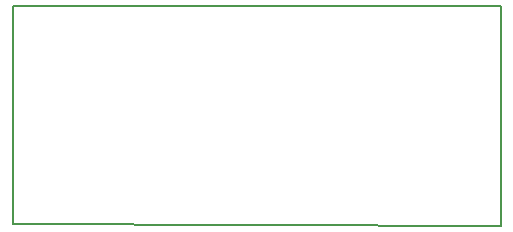
<source format=gbr>
G04 DipTrace Beta 2.9.0.1*
G04 BoardOutline.gbr*
%MOIN*%
G04 #@! TF.FileFunction,Profile*
G04 #@! TF.Part,Single*
%ADD11C,0.005512*%
%FSLAX26Y26*%
G04*
G70*
G90*
G75*
G01*
G04 BoardOutline*
%LPD*%
X394000Y1125327D2*
D11*
X2019171D1*
Y394000D1*
X394000Y400251D1*
Y1125327D1*
M02*

</source>
